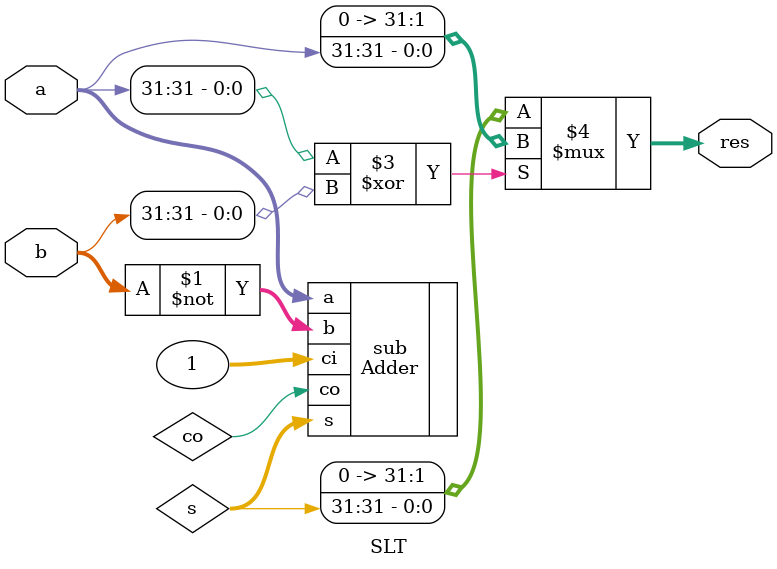
<source format=v>
module SLT (
    input  [31:0] a,b,
    output [31:0] res
);

wire [31:0] s;
wire co;

Adder sub(.a(a), .b(~b), .ci(1), .s(s), .co(co));
assign res = (a[31] ^ b[31]) ? {{31{1'b0}}, a[31]} : {{31{1'b0}}, s[31]};

endmodule
</source>
